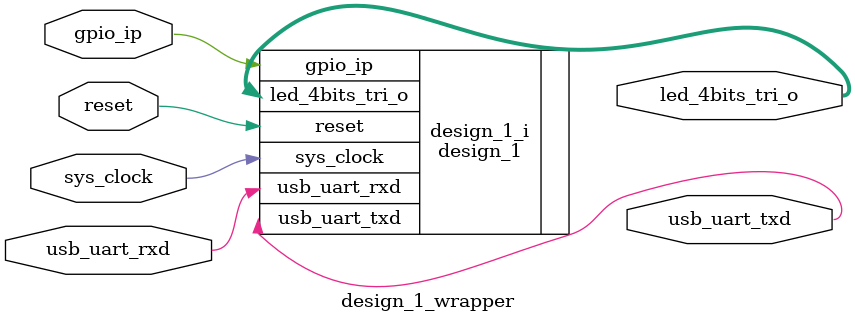
<source format=v>
`timescale 1 ps / 1 ps

module design_1_wrapper
   (gpio_ip,
    led_4bits_tri_o,
    reset,
    sys_clock,
    usb_uart_rxd,
    usb_uart_txd);
  input [0:0]gpio_ip;
  output [3:0]led_4bits_tri_o;
  input reset;
  input sys_clock;
  input usb_uart_rxd;
  output usb_uart_txd;

  wire [0:0]gpio_ip;
  wire [3:0]led_4bits_tri_o;
  wire reset;
  wire sys_clock;
  wire usb_uart_rxd;
  wire usb_uart_txd;

  design_1 design_1_i
       (.gpio_ip(gpio_ip),
        .led_4bits_tri_o(led_4bits_tri_o),
        .reset(reset),
        .sys_clock(sys_clock),
        .usb_uart_rxd(usb_uart_rxd),
        .usb_uart_txd(usb_uart_txd));
endmodule

</source>
